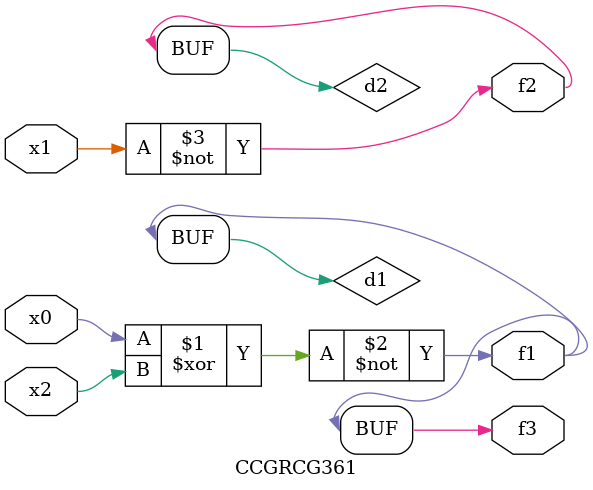
<source format=v>
module CCGRCG361(
	input x0, x1, x2,
	output f1, f2, f3
);

	wire d1, d2, d3;

	xnor (d1, x0, x2);
	nand (d2, x1);
	nor (d3, x1, x2);
	assign f1 = d1;
	assign f2 = d2;
	assign f3 = d1;
endmodule

</source>
